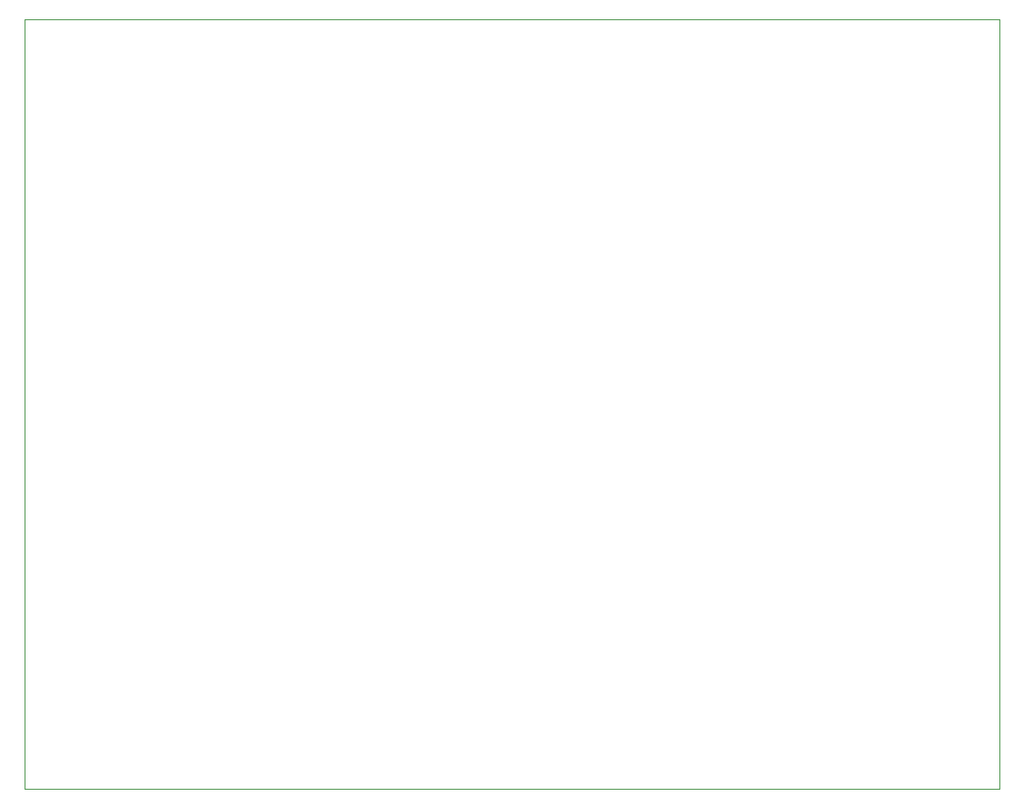
<source format=gm1>
G04 #@! TF.GenerationSoftware,KiCad,Pcbnew,8.0.6*
G04 #@! TF.CreationDate,2024-11-17T19:47:03-05:00*
G04 #@! TF.ProjectId,STM32_KiCAD,53544d33-325f-44b6-9943-41442e6b6963,rev?*
G04 #@! TF.SameCoordinates,Original*
G04 #@! TF.FileFunction,Profile,NP*
%FSLAX46Y46*%
G04 Gerber Fmt 4.6, Leading zero omitted, Abs format (unit mm)*
G04 Created by KiCad (PCBNEW 8.0.6) date 2024-11-17 19:47:03*
%MOMM*%
%LPD*%
G01*
G04 APERTURE LIST*
G04 #@! TA.AperFunction,Profile*
%ADD10C,0.100000*%
G04 #@! TD*
G04 APERTURE END LIST*
D10*
X99250000Y-51250000D02*
X193250000Y-51250000D01*
X193250000Y-125500000D01*
X99250000Y-125500000D01*
X99250000Y-51250000D01*
M02*

</source>
